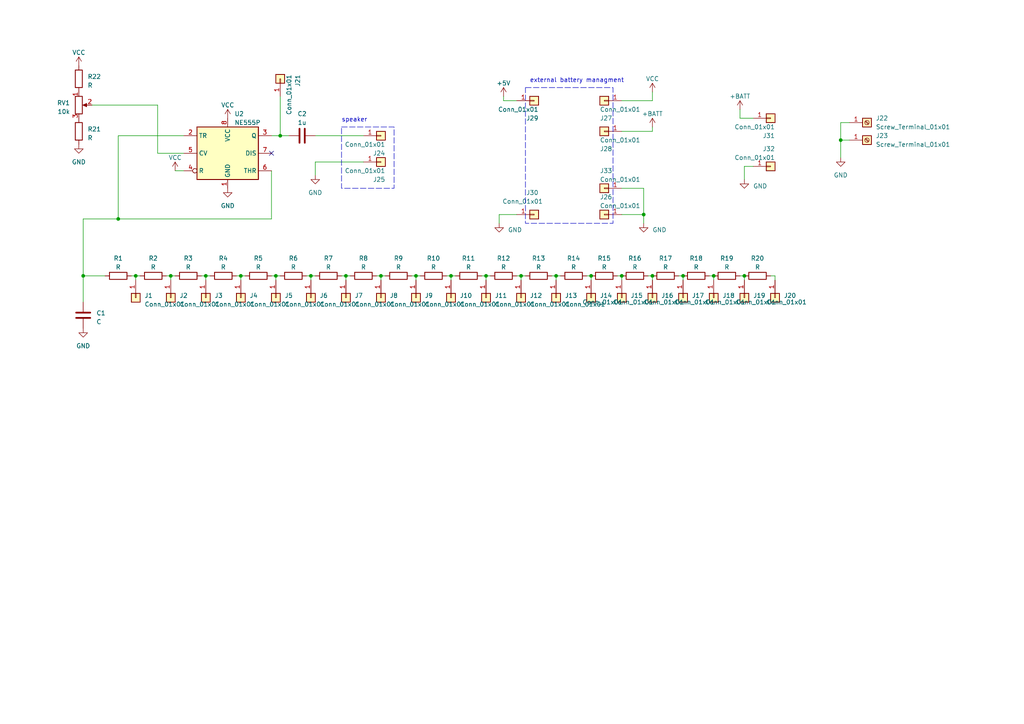
<source format=kicad_sch>
(kicad_sch (version 20230121) (generator eeschema)
  (paper "A4")
  (lib_symbols
    (symbol "Connector:Screw_Terminal_01x01" (pin_names (offset 1.016) hide)
      (property "Reference" "J" (at 0 2.54 0))
      (property "Value" "Screw_Terminal_01x01" (at 0 -2.54 0))
      (symbol "Screw_Terminal_01x01_1_1"
        (rectangle (start -1.27 1.27) (end 1.27 -1.27) (stroke (width 0.254)) (fill (type background)))
        (polyline (pts (xy -0.5334 0.3302) (xy 0.3302 -0.508)) (stroke (width 0.1524)))
        (polyline (pts (xy -0.3556 0.508) (xy 0.508 -0.3302)) (stroke (width 0.1524)))
        (circle (center 0 0) (radius 0.635) (stroke (width 0.1524)))
        (pin passive line (at -5.08 0 0) (length 3.81) (name "Pin_1") (number "1"))
      )
    )
    (symbol "Connector_Generic:Conn_01x01" (pin_names (offset 1.016) hide)
      (property "Reference" "J" (at 0 2.54 0))
      (property "Value" "Conn_01x01" (at 0 -2.54 0))
      (symbol "Conn_01x01_1_1"
        (rectangle (start -1.27 0.127) (end 0 -0.127) (stroke (width 0.1524)))
        (rectangle (start -1.27 1.27) (end 1.27 -1.27) (stroke (width 0.254)) (fill (type background)))
        (pin passive line (at -5.08 0 0) (length 3.81) (name "Pin_1") (number "1"))
      )
    )
    (symbol "Device:C" (pin_numbers hide) (pin_names (offset 0.254))
      (property "Reference" "C" (at 0.635 2.54 0))
      (property "Value" "C" (at 0.635 -2.54 0))
      (symbol "C_0_1"
        (polyline (pts (xy -2.032 -0.762) (xy 2.032 -0.762)) (stroke (width 0.508)))
        (polyline (pts (xy -2.032 0.762) (xy 2.032 0.762)) (stroke (width 0.508)))
      )
      (symbol "C_1_1"
        (pin passive line (at 0 3.81 270) (length 2.794) (name "~") (number "1"))
        (pin passive line (at 0 -3.81 90) (length 2.794) (name "~") (number "2"))
      )
    )
    (symbol "Device:R" (pin_numbers hide) (pin_names (offset 0))
      (property "Reference" "R" (at 2.032 0 90))
      (property "Value" "R" (at 0 0 90))
      (symbol "R_0_1"
        (rectangle (start -1.016 -2.54) (end 1.016 2.54) (stroke (width 0.254)))
      )
      (symbol "R_1_1"
        (pin passive line (at 0 3.81 270) (length 1.27) (name "~") (number "1"))
        (pin passive line (at 0 -3.81 90) (length 1.27) (name "~") (number "2"))
      )
    )
    (symbol "Device:R_Potentiometer" (pin_names (offset 1.016) hide)
      (property "Reference" "RV" (at -4.445 0 90))
      (property "Value" "R_Potentiometer" (at -2.54 0 90))
      (symbol "R_Potentiometer_0_1"
        (polyline (pts (xy 2.54 0) (xy 1.524 0)))
        (polyline (pts (xy 1.143 0) (xy 2.286 0.508) (xy 2.286 -0.508) (xy 1.143 0)) (fill (type outline)))
        (rectangle (start 1.016 2.54) (end -1.016 -2.54) (stroke (width 0.254)))
      )
      (symbol "R_Potentiometer_1_1"
        (pin passive line (at 0 3.81 270) (length 1.27) (name "1") (number "1"))
        (pin passive line (at 3.81 0 180) (length 1.27) (name "2") (number "2"))
        (pin passive line (at 0 -3.81 90) (length 1.27) (name "3") (number "3"))
      )
    )
    (symbol "Timer:NE555P"
      (property "Reference" "U" (at -10.16 8.89 0))
      (property "Value" "NE555P" (at 2.54 8.89 0))
      (symbol "NE555P_0_0"
        (pin power_in line (at 0 -10.16 90) (length 2.54) (name "GND") (number "1"))
        (pin power_in line (at 0 10.16 270) (length 2.54) (name "VCC") (number "8"))
      )
      (symbol "NE555P_0_1"
        (rectangle (start -8.89 -7.62) (end 8.89 7.62) (stroke (width 0.254)) (fill (type background)))
        (rectangle (start -8.89 -7.62) (end 8.89 7.62) (stroke (width 0.254)) (fill (type background)))
      )
      (symbol "NE555P_1_1"
        (pin input line (at -12.7 5.08 0) (length 3.81) (name "TR") (number "2"))
        (pin output line (at 12.7 5.08 180) (length 3.81) (name "Q") (number "3"))
        (pin input inverted (at -12.7 -5.08 0) (length 3.81) (name "R") (number "4"))
        (pin input line (at -12.7 0 0) (length 3.81) (name "CV") (number "5"))
        (pin input line (at 12.7 -5.08 180) (length 3.81) (name "THR") (number "6"))
        (pin input line (at 12.7 0 180) (length 3.81) (name "DIS") (number "7"))
      )
    )
    (symbol "power:+5V" (power) (pin_names (offset 0))
      (property "Value" "+5V" (at 0 3.556 0))
      (symbol "+5V_0_1"
        (polyline (pts (xy -0.762 1.27) (xy 0 2.54)))
        (polyline (pts (xy 0 0) (xy 0 2.54)))
        (polyline (pts (xy 0 2.54) (xy 0.762 1.27)))
      )
      (symbol "+5V_1_1"
        (pin power_in line (at 0 0 90) (length 0) hide (name "+5V") (number "1"))
      )
    )
    (symbol "power:+BATT" (power) (pin_names (offset 0))
      (property "Value" "+BATT" (at 0 3.556 0))
      (symbol "+BATT_0_1"
        (polyline (pts (xy -0.762 1.27) (xy 0 2.54)))
        (polyline (pts (xy 0 0) (xy 0 2.54)))
        (polyline (pts (xy 0 2.54) (xy 0.762 1.27)))
      )
      (symbol "+BATT_1_1"
        (pin power_in line (at 0 0 90) (length 0) hide (name "+BATT") (number "1"))
      )
    )
    (symbol "power:GND" (power) (pin_names (offset 0))
      (property "Value" "GND" (at 0 -3.81 0))
      (symbol "GND_0_1"
        (polyline (pts (xy 0 0) (xy 0 -1.27) (xy 1.27 -1.27) (xy 0 -2.54) (xy -1.27 -1.27) (xy 0 -1.27)))
      )
      (symbol "GND_1_1"
        (pin power_in line (at 0 0 270) (length 0) hide (name "GND") (number "1"))
      )
    )
    (symbol "power:VCC" (power) (pin_names (offset 0))
      (property "Value" "VCC" (at 0 3.81 0))
      (symbol "VCC_0_1"
        (polyline (pts (xy -0.762 1.27) (xy 0 2.54)))
        (polyline (pts (xy 0 0) (xy 0 2.54)))
        (polyline (pts (xy 0 2.54) (xy 0.762 1.27)))
      )
      (symbol "VCC_1_1"
        (pin power_in line (at 0 0 90) (length 0) hide (name "VCC") (number "1"))
      )
    )
  )
  (junction (at 80.01 80.01))
  (junction (at 49.53 80.01))
  (junction (at 39.37 80.01))
  (junction (at 180.34 80.01))
  (junction (at 243.84 40.64))
  (junction (at 59.69 80.01))
  (junction (at 130.81 80.01))
  (junction (at 151.13 80.01))
  (junction (at 161.29 80.01))
  (junction (at 207.01 80.01))
  (junction (at 100.33 80.01))
  (junction (at 34.29 63.5))
  (junction (at 90.17 80.01))
  (junction (at 215.9 80.01))
  (junction (at 120.65 80.01))
  (junction (at 171.45 80.01))
  (junction (at 81.28 39.37))
  (junction (at 189.23 80.01))
  (junction (at 140.97 80.01))
  (junction (at 186.69 62.23))
  (junction (at 198.12 80.01))
  (junction (at 69.85 80.01))
  (junction (at 110.49 80.01))
  (junction (at 24.13 80.01))
  (no_connect (at 78.74 44.45))
  (wire (pts (xy 80.01 80.01) (xy 80.01 81.28)))
  (wire (pts (xy 149.86 80.01) (xy 151.13 80.01)))
  (wire (pts (xy 214.63 34.29) (xy 218.44 34.29)))
  (wire (pts (xy 130.81 80.01) (xy 132.08 80.01)))
  (wire (pts (xy 91.44 39.37) (xy 105.41 39.37)))
  (wire (pts (xy 78.74 39.37) (xy 81.28 39.37)))
  (wire (pts (xy 144.78 64.77) (xy 144.78 62.23)))
  (wire (pts (xy 144.78 62.23) (xy 149.86 62.23)))
  (wire (pts (xy 160.02 80.01) (xy 161.29 80.01)))
  (wire (pts (xy 215.9 80.01) (xy 215.9 81.28)))
  (wire (pts (xy 189.23 80.01) (xy 189.23 81.28)))
  (wire (pts (xy 81.28 27.94) (xy 81.28 39.37)))
  (wire (pts (xy 146.05 27.94) (xy 146.05 29.21)))
  (wire (pts (xy 80.01 80.01) (xy 81.28 80.01)))
  (wire (pts (xy 243.84 35.56) (xy 246.38 35.56)))
  (wire (pts (xy 130.81 80.01) (xy 130.81 81.28)))
  (wire (pts (xy 198.12 80.01) (xy 198.12 81.28)))
  (wire (pts (xy 140.97 80.01) (xy 142.24 80.01)))
  (wire (pts (xy 34.29 63.5) (xy 78.74 63.5)))
  (wire (pts (xy 119.38 80.01) (xy 120.65 80.01)))
  (wire (pts (xy 215.9 52.07) (xy 215.9 48.26)))
  (wire (pts (xy 90.17 80.01) (xy 91.44 80.01)))
  (wire (pts (xy 151.13 80.01) (xy 151.13 81.28)))
  (wire (pts (xy 170.18 80.01) (xy 171.45 80.01)))
  (wire (pts (xy 196.85 80.01) (xy 198.12 80.01)))
  (wire (pts (xy 223.52 80.01) (xy 224.79 80.01)))
  (wire (pts (xy 129.54 80.01) (xy 130.81 80.01)))
  (wire (pts (xy 120.65 80.01) (xy 120.65 81.28)))
  (wire (pts (xy 214.63 31.75) (xy 214.63 34.29)))
  (wire (pts (xy 34.29 63.5) (xy 24.13 63.5)))
  (wire (pts (xy 38.1 80.01) (xy 39.37 80.01)))
  (wire (pts (xy 88.9 80.01) (xy 90.17 80.01)))
  (wire (pts (xy 58.42 80.01) (xy 59.69 80.01)))
  (wire (pts (xy 59.69 80.01) (xy 59.69 81.28)))
  (wire (pts (xy 49.53 80.01) (xy 49.53 81.28)))
  (wire (pts (xy 120.65 80.01) (xy 121.92 80.01)))
  (wire (pts (xy 187.96 80.01) (xy 189.23 80.01)))
  (wire (pts (xy 24.13 80.01) (xy 24.13 63.5)))
  (wire (pts (xy 171.45 80.01) (xy 171.45 81.28)))
  (wire (pts (xy 180.34 38.1) (xy 189.23 38.1)))
  (wire (pts (xy 91.44 46.99) (xy 105.41 46.99)))
  (wire (pts (xy 243.84 40.64) (xy 246.38 40.64)))
  (wire (pts (xy 180.34 54.61) (xy 186.69 54.61)))
  (wire (pts (xy 189.23 29.21) (xy 189.23 26.67)))
  (wire (pts (xy 109.22 80.01) (xy 110.49 80.01)))
  (wire (pts (xy 34.29 39.37) (xy 53.34 39.37)))
  (wire (pts (xy 24.13 80.01) (xy 24.13 87.63)))
  (wire (pts (xy 34.29 39.37) (xy 34.29 63.5)))
  (wire (pts (xy 100.33 80.01) (xy 101.6 80.01)))
  (wire (pts (xy 81.28 39.37) (xy 83.82 39.37)))
  (wire (pts (xy 39.37 80.01) (xy 40.64 80.01)))
  (wire (pts (xy 110.49 80.01) (xy 110.49 81.28)))
  (wire (pts (xy 146.05 29.21) (xy 149.86 29.21)))
  (wire (pts (xy 186.69 62.23) (xy 186.69 64.77)))
  (wire (pts (xy 30.48 80.01) (xy 24.13 80.01)))
  (wire (pts (xy 215.9 48.26) (xy 218.44 48.26)))
  (wire (pts (xy 224.79 80.01) (xy 224.79 81.28)))
  (wire (pts (xy 45.72 44.45) (xy 53.34 44.45)))
  (wire (pts (xy 243.84 35.56) (xy 243.84 40.64)))
  (wire (pts (xy 68.58 80.01) (xy 69.85 80.01)))
  (wire (pts (xy 189.23 38.1) (xy 189.23 36.83)))
  (wire (pts (xy 100.33 80.01) (xy 100.33 81.28)))
  (wire (pts (xy 50.8 49.53) (xy 53.34 49.53)))
  (wire (pts (xy 205.74 80.01) (xy 207.01 80.01)))
  (wire (pts (xy 59.69 80.01) (xy 60.96 80.01)))
  (wire (pts (xy 78.74 80.01) (xy 80.01 80.01)))
  (wire (pts (xy 180.34 62.23) (xy 186.69 62.23)))
  (wire (pts (xy 140.97 80.01) (xy 140.97 81.28)))
  (wire (pts (xy 78.74 49.53) (xy 78.74 63.5)))
  (wire (pts (xy 161.29 80.01) (xy 162.56 80.01)))
  (wire (pts (xy 180.34 29.21) (xy 189.23 29.21)))
  (wire (pts (xy 186.69 54.61) (xy 186.69 62.23)))
  (wire (pts (xy 139.7 80.01) (xy 140.97 80.01)))
  (wire (pts (xy 48.26 80.01) (xy 49.53 80.01)))
  (wire (pts (xy 110.49 80.01) (xy 111.76 80.01)))
  (wire (pts (xy 26.67 30.48) (xy 45.72 30.48)))
  (wire (pts (xy 214.63 80.01) (xy 215.9 80.01)))
  (wire (pts (xy 179.07 80.01) (xy 180.34 80.01)))
  (wire (pts (xy 91.44 46.99) (xy 91.44 50.8)))
  (wire (pts (xy 151.13 80.01) (xy 152.4 80.01)))
  (wire (pts (xy 99.06 80.01) (xy 100.33 80.01)))
  (wire (pts (xy 90.17 80.01) (xy 90.17 81.28)))
  (wire (pts (xy 161.29 80.01) (xy 161.29 81.28)))
  (wire (pts (xy 69.85 80.01) (xy 69.85 81.28)))
  (wire (pts (xy 39.37 80.01) (xy 39.37 81.28)))
  (wire (pts (xy 243.84 40.64) (xy 243.84 45.72)))
  (wire (pts (xy 69.85 80.01) (xy 71.12 80.01)))
  (wire (pts (xy 180.34 80.01) (xy 180.34 81.28)))
  (wire (pts (xy 45.72 30.48) (xy 45.72 44.45)))
  (wire (pts (xy 49.53 80.01) (xy 50.8 80.01)))
  (wire (pts (xy 207.01 80.01) (xy 207.01 81.28)))
  (rectangle (start 152.4 25.4) (end 177.8 64.77) (stroke (width 0) (type dash)))
  (rectangle (start 99.06 36.83) (end 114.3 54.61) (stroke (width 0) (type dash)))
  (text "speaker" (at 99.06 35.56 0) (effects (font (size 1.27 1.27)) (justify left bottom)))
  (text "external battery managment" (at 153.67 24.13 0) (effects (font (size 1.27 1.27)) (justify left bottom)))
  (symbol (lib_id "Connector_Generic:Conn_01x01") (at 224.79 86.36 270) (unit 1)
    (property "Reference" "J20" (at 227.33 85.725 90) (effects (justify left)))
    (property "Value" "Conn_01x01" (at 222.25 87.63 90) (effects (justify left)))
    (property "Footprint" "TestPoint:TestPoint_Pad_D1.0mm" (effects hide))
  )
  (symbol (lib_id "Connector_Generic:Conn_01x01") (at 140.97 86.36 270) (unit 1)
    (property "Reference" "J11" (at 143.51 85.725 90) (effects (justify left)))
    (property "Value" "Conn_01x01" (at 143.51 88.265 90) (effects (justify left)))
    (property "Footprint" "TestPoint:TestPoint_Pad_D1.0mm" (effects hide))
  )
  (symbol (lib_id "power:VCC") (at 66.04 34.29 0) (unit 1)
    (property "Reference" "#PWR05" (effects hide))
    (property "Value" "VCC" (at 66.04 30.48 0))
  )
  (symbol (lib_id "Connector_Generic:Conn_01x01") (at 90.17 86.36 270) (unit 1)
    (property "Reference" "J6" (at 92.71 85.725 90) (effects (justify left)))
    (property "Value" "Conn_01x01" (at 92.71 88.265 90) (effects (justify left)))
    (property "Footprint" "TestPoint:TestPoint_Pad_D1.0mm" (effects hide))
  )
  (symbol (lib_id "Timer:NE555P") (at 66.04 44.45 0) (unit 1)
    (property "Reference" "U2" (at 67.9959 33.02 0) (effects (justify left)))
    (property "Value" "NE555P" (at 67.9959 35.56 0) (effects (justify left)))
    (property "Footprint" "Package_DIP:DIP-8_W7.62mm" (effects hide))
    (property "Datasheet" "http://www.ti.com/lit/ds/symlink/ne555.pdf" (effects hide))
  )
  (symbol (lib_id "Device:R") (at 201.93 80.01 90) (unit 1)
    (property "Reference" "R18" (at 201.93 74.93 90))
    (property "Value" "R" (at 201.93 77.47 90))
    (property "Footprint" "Resistor_THT:R_Axial_DIN0207_L6.3mm_D2.5mm_P10.16mm_Horizontal" (effects hide))
  )
  (symbol (lib_id "Device:R") (at 22.86 38.1 180) (unit 1)
    (property "Reference" "R21" (at 25.4 37.465 0) (effects (justify right)))
    (property "Value" "R" (at 25.4 40.005 0) (effects (justify right)))
    (property "Footprint" "Resistor_THT:R_Axial_DIN0207_L6.3mm_D2.5mm_P10.16mm_Horizontal" (effects hide))
  )
  (symbol (lib_id "Connector_Generic:Conn_01x01") (at 59.69 86.36 270) (unit 1)
    (property "Reference" "J3" (at 62.23 85.725 90) (effects (justify left)))
    (property "Value" "Conn_01x01" (at 62.23 88.265 90) (effects (justify left)))
    (property "Footprint" "TestPoint:TestPoint_Pad_D1.0mm" (effects hide))
  )
  (symbol (lib_id "Device:R") (at 64.77 80.01 90) (unit 1)
    (property "Reference" "R4" (at 64.77 74.93 90))
    (property "Value" "R" (at 64.77 77.47 90))
    (property "Footprint" "Resistor_THT:R_Axial_DIN0207_L6.3mm_D2.5mm_P10.16mm_Horizontal" (effects hide))
  )
  (symbol (lib_id "Connector_Generic:Conn_01x01") (at 39.37 86.36 270) (unit 1)
    (property "Reference" "J1" (at 41.91 85.725 90) (effects (justify left)))
    (property "Value" "Conn_01x01" (at 41.91 88.265 90) (effects (justify left)))
    (property "Footprint" "TestPoint:TestPoint_Pad_D1.0mm" (effects hide))
  )
  (symbol (lib_id "power:+BATT") (at 214.63 31.75 0) (mirror y) (unit 1)
    (property "Reference" "#PWR014" (effects hide))
    (property "Value" "+BATT" (at 214.63 27.94 0))
  )
  (symbol (lib_id "Device:R") (at 166.37 80.01 90) (unit 1)
    (property "Reference" "R14" (at 166.37 74.93 90))
    (property "Value" "R" (at 166.37 77.47 90))
    (property "Footprint" "Resistor_THT:R_Axial_DIN0207_L6.3mm_D2.5mm_P10.16mm_Horizontal" (effects hide))
  )
  (symbol (lib_id "Device:R") (at 74.93 80.01 90) (unit 1)
    (property "Reference" "R5" (at 74.93 74.93 90))
    (property "Value" "R" (at 74.93 77.47 90))
    (property "Footprint" "Resistor_THT:R_Axial_DIN0207_L6.3mm_D2.5mm_P10.16mm_Horizontal" (effects hide))
  )
  (symbol (lib_id "power:GND") (at 144.78 64.77 0) (unit 1)
    (property "Reference" "#PWR013" (effects hide))
    (property "Value" "GND" (at 147.32 66.675 0) (effects (justify left)))
  )
  (symbol (lib_id "Device:R") (at 146.05 80.01 90) (unit 1)
    (property "Reference" "R12" (at 146.05 74.93 90))
    (property "Value" "R" (at 146.05 77.47 90))
    (property "Footprint" "Resistor_THT:R_Axial_DIN0207_L6.3mm_D2.5mm_P10.16mm_Horizontal" (effects hide))
  )
  (symbol (lib_id "power:GND") (at 91.44 50.8 0) (unit 1)
    (property "Reference" "#PWR04" (effects hide))
    (property "Value" "GND" (at 91.44 55.88 0))
  )
  (symbol (lib_id "Device:R") (at 105.41 80.01 90) (unit 1)
    (property "Reference" "R8" (at 105.41 74.93 90))
    (property "Value" "R" (at 105.41 77.47 90))
    (property "Footprint" "Resistor_THT:R_Axial_DIN0207_L6.3mm_D2.5mm_P10.16mm_Horizontal" (effects hide))
  )
  (symbol (lib_id "power:VCC") (at 189.23 26.67 0) (unit 1)
    (property "Reference" "#PWR09" (effects hide))
    (property "Value" "VCC" (at 189.23 22.86 0))
  )
  (symbol (lib_id "Connector_Generic:Conn_01x01") (at 81.28 22.86 90) (unit 1)
    (property "Reference" "J21" (at 86.36 21.59 0) (effects (justify right)))
    (property "Value" "Conn_01x01" (at 83.82 21.59 0) (effects (justify right)))
    (property "Footprint" "TestPoint:TestPoint_Pad_D1.0mm" (effects hide))
  )
  (symbol (lib_id "Device:R") (at 210.82 80.01 90) (unit 1)
    (property "Reference" "R19" (at 210.82 74.93 90))
    (property "Value" "R" (at 210.82 77.47 90))
    (property "Footprint" "Resistor_THT:R_Axial_DIN0207_L6.3mm_D2.5mm_P10.16mm_Horizontal" (effects hide))
  )
  (symbol (lib_id "Device:R") (at 184.15 80.01 90) (unit 1)
    (property "Reference" "R16" (at 184.15 74.93 90))
    (property "Value" "R" (at 184.15 77.47 90))
    (property "Footprint" "Resistor_THT:R_Axial_DIN0207_L6.3mm_D2.5mm_P10.16mm_Horizontal" (effects hide))
  )
  (symbol (lib_id "Device:C") (at 24.13 91.44 0) (unit 1)
    (property "Reference" "C1" (at 27.94 90.805 0) (effects (justify left)))
    (property "Value" "C" (at 27.94 93.345 0) (effects (justify left)))
    (property "Footprint" "Capacitor_THT:C_Rect_L9.0mm_W2.5mm_P7.50mm_MKT" (effects hide))
  )
  (symbol (lib_id "power:GND") (at 215.9 52.07 0) (unit 1)
    (property "Reference" "#PWR015" (effects hide))
    (property "Value" "GND" (at 218.44 53.975 0) (effects (justify left)))
  )
  (symbol (lib_id "Connector_Generic:Conn_01x01") (at 223.52 48.26 0) (mirror x) (unit 1)
    (property "Reference" "J32" (at 224.79 43.18 0) (effects (justify right)))
    (property "Value" "Conn_01x01" (at 224.79 45.72 0) (effects (justify right)))
    (property "Footprint" "TestPoint:TestPoint_THTPad_2.5x2.5mm_Drill1.2mm" (effects hide))
  )
  (symbol (lib_id "Connector_Generic:Conn_01x01") (at 151.13 86.36 270) (unit 1)
    (property "Reference" "J12" (at 153.67 85.725 90) (effects (justify left)))
    (property "Value" "Conn_01x01" (at 153.67 88.265 90) (effects (justify left)))
    (property "Footprint" "TestPoint:TestPoint_Pad_D1.0mm" (effects hide))
  )
  (symbol (lib_id "Connector_Generic:Conn_01x01") (at 100.33 86.36 270) (unit 1)
    (property "Reference" "J7" (at 102.87 85.725 90) (effects (justify left)))
    (property "Value" "Conn_01x01" (at 102.87 88.265 90) (effects (justify left)))
    (property "Footprint" "TestPoint:TestPoint_Pad_D1.0mm" (effects hide))
  )
  (symbol (lib_id "power:+BATT") (at 189.23 36.83 0) (unit 1)
    (property "Reference" "#PWR011" (effects hide))
    (property "Value" "+BATT" (at 189.23 33.02 0))
  )
  (symbol (lib_id "Connector_Generic:Conn_01x01") (at 171.45 86.36 270) (unit 1)
    (property "Reference" "J14" (at 173.99 85.725 90) (effects (justify left)))
    (property "Value" "Conn_01x01" (at 168.91 87.63 90) (effects (justify left)))
    (property "Footprint" "TestPoint:TestPoint_Pad_D1.0mm" (effects hide))
  )
  (symbol (lib_id "Device:R") (at 175.26 80.01 90) (unit 1)
    (property "Reference" "R15" (at 175.26 74.93 90))
    (property "Value" "R" (at 175.26 77.47 90))
    (property "Footprint" "Resistor_THT:R_Axial_DIN0207_L6.3mm_D2.5mm_P10.16mm_Horizontal" (effects hide))
  )
  (symbol (lib_id "Connector_Generic:Conn_01x01") (at 110.49 86.36 270) (unit 1)
    (property "Reference" "J8" (at 113.03 85.725 90) (effects (justify left)))
    (property "Value" "Conn_01x01" (at 113.03 88.265 90) (effects (justify left)))
    (property "Footprint" "TestPoint:TestPoint_Pad_D1.0mm" (effects hide))
  )
  (symbol (lib_id "Device:R") (at 156.21 80.01 90) (unit 1)
    (property "Reference" "R13" (at 156.21 74.93 90))
    (property "Value" "R" (at 156.21 77.47 90))
    (property "Footprint" "Resistor_THT:R_Axial_DIN0207_L6.3mm_D2.5mm_P10.16mm_Horizontal" (effects hide))
  )
  (symbol (lib_id "Connector_Generic:Conn_01x01") (at 175.26 54.61 180) (unit 1)
    (property "Reference" "J33" (at 173.99 49.53 0) (effects (justify right)))
    (property "Value" "Conn_01x01" (at 173.99 52.07 0) (effects (justify right)))
    (property "Footprint" "TestPoint:TestPoint_THTPad_2.5x2.5mm_Drill1.2mm" (effects hide))
  )
  (symbol (lib_id "Connector_Generic:Conn_01x01") (at 175.26 29.21 180) (unit 1)
    (property "Reference" "J27" (at 173.99 34.29 0) (effects (justify right)))
    (property "Value" "Conn_01x01" (at 173.99 31.75 0) (effects (justify right)))
    (property "Footprint" "TestPoint:TestPoint_THTPad_2.5x2.5mm_Drill1.2mm" (effects hide))
  )
  (symbol (lib_id "Connector_Generic:Conn_01x01") (at 161.29 86.36 270) (unit 1)
    (property "Reference" "J13" (at 163.83 85.725 90) (effects (justify left)))
    (property "Value" "Conn_01x01" (at 163.83 88.265 90) (effects (justify left)))
    (property "Footprint" "TestPoint:TestPoint_Pad_D1.0mm" (effects hide))
  )
  (symbol (lib_id "Connector_Generic:Conn_01x01") (at 130.81 86.36 270) (unit 1)
    (property "Reference" "J10" (at 133.35 85.725 90) (effects (justify left)))
    (property "Value" "Conn_01x01" (at 133.35 88.265 90) (effects (justify left)))
    (property "Footprint" "TestPoint:TestPoint_Pad_D1.0mm" (effects hide))
  )
  (symbol (lib_id "Device:R") (at 85.09 80.01 90) (unit 1)
    (property "Reference" "R6" (at 85.09 74.93 90))
    (property "Value" "R" (at 85.09 77.47 90))
    (property "Footprint" "Resistor_THT:R_Axial_DIN0207_L6.3mm_D2.5mm_P10.16mm_Horizontal" (effects hide))
  )
  (symbol (lib_id "Connector_Generic:Conn_01x01") (at 180.34 86.36 270) (unit 1)
    (property "Reference" "J15" (at 182.88 85.725 90) (effects (justify left)))
    (property "Value" "Conn_01x01" (at 177.8 87.63 90) (effects (justify left)))
    (property "Footprint" "TestPoint:TestPoint_Pad_D1.0mm" (effects hide))
  )
  (symbol (lib_id "Device:R") (at 95.25 80.01 90) (unit 1)
    (property "Reference" "R7" (at 95.25 74.93 90))
    (property "Value" "R" (at 95.25 77.47 90))
    (property "Footprint" "Resistor_THT:R_Axial_DIN0207_L6.3mm_D2.5mm_P10.16mm_Horizontal" (effects hide))
  )
  (symbol (lib_id "power:+5V") (at 146.05 27.94 0) (unit 1)
    (property "Reference" "#PWR012" (effects hide))
    (property "Value" "+5V" (at 146.05 24.13 0))
  )
  (symbol (lib_id "Connector:Screw_Terminal_01x01") (at 251.46 35.56 0) (unit 1)
    (property "Reference" "J22" (at 254 34.29 0) (effects (justify left)))
    (property "Value" "Screw_Terminal_01x01" (at 254 36.83 0) (effects (justify left)))
    (property "Footprint" "MountingHole:MountingHole_4.3mm_M4_ISO14580_Pad" (effects hide))
  )
  (symbol (lib_id "Device:R") (at 219.71 80.01 90) (unit 1)
    (property "Reference" "R20" (at 219.71 74.93 90))
    (property "Value" "R" (at 219.71 77.47 90))
    (property "Footprint" "Resistor_THT:R_Axial_DIN0207_L6.3mm_D2.5mm_P10.16mm_Horizontal" (effects hide))
  )
  (symbol (lib_id "power:GND") (at 24.13 95.25 0) (unit 1)
    (property "Reference" "#PWR03" (effects hide))
    (property "Value" "GND" (at 24.13 100.33 0))
  )
  (symbol (lib_id "Connector_Generic:Conn_01x01") (at 215.9 86.36 270) (unit 1)
    (property "Reference" "J19" (at 218.44 85.725 90) (effects (justify left)))
    (property "Value" "Conn_01x01" (at 213.36 87.63 90) (effects (justify left)))
    (property "Footprint" "TestPoint:TestPoint_Pad_D1.0mm" (effects hide))
  )
  (symbol (lib_id "Connector_Generic:Conn_01x01") (at 154.94 29.21 0) (unit 1)
    (property "Reference" "J29" (at 156.21 34.29 0) (effects (justify right)))
    (property "Value" "Conn_01x01" (at 156.21 31.75 0) (effects (justify right)))
    (property "Footprint" "TestPoint:TestPoint_THTPad_2.5x2.5mm_Drill1.2mm" (effects hide))
  )
  (symbol (lib_id "Device:R") (at 115.57 80.01 90) (unit 1)
    (property "Reference" "R9" (at 115.57 74.93 90))
    (property "Value" "R" (at 115.57 77.47 90))
    (property "Footprint" "Resistor_THT:R_Axial_DIN0207_L6.3mm_D2.5mm_P10.16mm_Horizontal" (effects hide))
  )
  (symbol (lib_id "Device:R_Potentiometer") (at 22.86 30.48 0) (unit 1)
    (property "Reference" "RV1" (at 20.32 29.845 0) (effects (justify right)))
    (property "Value" "10k" (at 20.32 32.385 0) (effects (justify right)))
    (property "Footprint" "Potentiometer_THT:Potentiometer_ACP_CA9-V10_Vertical" (effects hide))
  )
  (symbol (lib_id "power:GND") (at 66.04 54.61 0) (unit 1)
    (property "Reference" "#PWR01" (effects hide))
    (property "Value" "GND" (at 66.04 59.69 0))
  )
  (symbol (lib_id "Device:C") (at 87.63 39.37 90) (unit 1)
    (property "Reference" "C2" (at 87.63 33.02 90))
    (property "Value" "1u" (at 87.63 35.56 90))
    (property "Footprint" "Capacitor_THT:C_Rect_L9.0mm_W2.5mm_P7.50mm_MKT" (effects hide))
  )
  (symbol (lib_id "Device:R") (at 44.45 80.01 90) (unit 1)
    (property "Reference" "R2" (at 44.45 74.93 90))
    (property "Value" "R" (at 44.45 77.47 90))
    (property "Footprint" "Resistor_THT:R_Axial_DIN0207_L6.3mm_D2.5mm_P10.16mm_Horizontal" (effects hide))
  )
  (symbol (lib_id "Device:R") (at 193.04 80.01 90) (unit 1)
    (property "Reference" "R17" (at 193.04 74.93 90))
    (property "Value" "R" (at 193.04 77.47 90))
    (property "Footprint" "Resistor_THT:R_Axial_DIN0207_L6.3mm_D2.5mm_P10.16mm_Horizontal" (effects hide))
  )
  (symbol (lib_id "Connector_Generic:Conn_01x01") (at 69.85 86.36 270) (unit 1)
    (property "Reference" "J4" (at 72.39 85.725 90) (effects (justify left)))
    (property "Value" "Conn_01x01" (at 72.39 88.265 90) (effects (justify left)))
    (property "Footprint" "TestPoint:TestPoint_Pad_D1.0mm" (effects hide))
  )
  (symbol (lib_id "Connector_Generic:Conn_01x01") (at 189.23 86.36 270) (unit 1)
    (property "Reference" "J16" (at 191.77 85.725 90) (effects (justify left)))
    (property "Value" "Conn_01x01" (at 186.69 87.63 90) (effects (justify left)))
    (property "Footprint" "TestPoint:TestPoint_Pad_D1.0mm" (effects hide))
  )
  (symbol (lib_id "Connector:Screw_Terminal_01x01") (at 251.46 40.64 0) (unit 1)
    (property "Reference" "J23" (at 254 39.37 0) (effects (justify left)))
    (property "Value" "Screw_Terminal_01x01" (at 254 41.91 0) (effects (justify left)))
    (property "Footprint" "MountingHole:MountingHole_4.3mm_M4_ISO14580_Pad" (effects hide))
  )
  (symbol (lib_id "power:GND") (at 186.69 64.77 0) (unit 1)
    (property "Reference" "#PWR08" (effects hide))
    (property "Value" "GND" (at 189.23 66.675 0) (effects (justify left)))
  )
  (symbol (lib_id "Connector_Generic:Conn_01x01") (at 110.49 39.37 0) (mirror x) (unit 1)
    (property "Reference" "J24" (at 111.76 44.45 0) (effects (justify right)))
    (property "Value" "Conn_01x01" (at 111.76 41.91 0) (effects (justify right)))
    (property "Footprint" "TestPoint:TestPoint_THTPad_2.5x2.5mm_Drill1.2mm" (effects hide))
  )
  (symbol (lib_id "Connector_Generic:Conn_01x01") (at 120.65 86.36 270) (unit 1)
    (property "Reference" "J9" (at 123.19 85.725 90) (effects (justify left)))
    (property "Value" "Conn_01x01" (at 123.19 88.265 90) (effects (justify left)))
    (property "Footprint" "TestPoint:TestPoint_Pad_D1.0mm" (effects hide))
  )
  (symbol (lib_id "Connector_Generic:Conn_01x01") (at 110.49 46.99 0) (unit 1)
    (property "Reference" "J25" (at 111.76 52.07 0) (effects (justify right)))
    (property "Value" "Conn_01x01" (at 111.76 49.53 0) (effects (justify right)))
    (property "Footprint" "TestPoint:TestPoint_THTPad_2.5x2.5mm_Drill1.2mm" (effects hide))
  )
  (symbol (lib_id "Connector_Generic:Conn_01x01") (at 223.52 34.29 0) (mirror x) (unit 1)
    (property "Reference" "J31" (at 224.79 39.37 0) (effects (justify right)))
    (property "Value" "Conn_01x01" (at 224.79 36.83 0) (effects (justify right)))
    (property "Footprint" "TestPoint:TestPoint_THTPad_2.5x2.5mm_Drill1.2mm" (effects hide))
  )
  (symbol (lib_id "Connector_Generic:Conn_01x01") (at 175.26 38.1 180) (unit 1)
    (property "Reference" "J28" (at 173.99 43.18 0) (effects (justify right)))
    (property "Value" "Conn_01x01" (at 173.99 40.64 0) (effects (justify right)))
    (property "Footprint" "TestPoint:TestPoint_THTPad_2.5x2.5mm_Drill1.2mm" (effects hide))
  )
  (symbol (lib_id "power:VCC") (at 50.8 49.53 0) (unit 1)
    (property "Reference" "#PWR02" (effects hide))
    (property "Value" "VCC" (at 50.8 45.72 0))
  )
  (symbol (lib_id "Connector_Generic:Conn_01x01") (at 80.01 86.36 270) (unit 1)
    (property "Reference" "J5" (at 82.55 85.725 90) (effects (justify left)))
    (property "Value" "Conn_01x01" (at 82.55 88.265 90) (effects (justify left)))
    (property "Footprint" "TestPoint:TestPoint_Pad_D1.0mm" (effects hide))
  )
  (symbol (lib_id "Connector_Generic:Conn_01x01") (at 49.53 86.36 270) (unit 1)
    (property "Reference" "J2" (at 52.07 85.725 90) (effects (justify left)))
    (property "Value" "Conn_01x01" (at 52.07 88.265 90) (effects (justify left)))
    (property "Footprint" "TestPoint:TestPoint_Pad_D1.0mm" (effects hide))
  )
  (symbol (lib_id "Device:R") (at 125.73 80.01 90) (unit 1)
    (property "Reference" "R10" (at 125.73 74.93 90))
    (property "Value" "R" (at 125.73 77.47 90))
    (property "Footprint" "Resistor_THT:R_Axial_DIN0207_L6.3mm_D2.5mm_P10.16mm_Horizontal" (effects hide))
  )
  (symbol (lib_id "Device:R") (at 135.89 80.01 90) (unit 1)
    (property "Reference" "R11" (at 135.89 74.93 90))
    (property "Value" "R" (at 135.89 77.47 90))
    (property "Footprint" "Resistor_THT:R_Axial_DIN0207_L6.3mm_D2.5mm_P10.16mm_Horizontal" (effects hide))
  )
  (symbol (lib_id "power:GND") (at 22.86 41.91 0) (unit 1)
    (property "Reference" "#PWR07" (effects hide))
    (property "Value" "GND" (at 22.86 46.99 0))
  )
  (symbol (lib_id "Device:R") (at 34.29 80.01 90) (unit 1)
    (property "Reference" "R1" (at 34.29 74.93 90))
    (property "Value" "R" (at 34.29 77.47 90))
    (property "Footprint" "Resistor_THT:R_Axial_DIN0207_L6.3mm_D2.5mm_P10.16mm_Horizontal" (effects hide))
  )
  (symbol (lib_id "power:GND") (at 243.84 45.72 0) (unit 1)
    (property "Reference" "#PWR010" (effects hide))
    (property "Value" "GND" (at 243.84 50.8 0))
  )
  (symbol (lib_id "Connector_Generic:Conn_01x01") (at 198.12 86.36 270) (unit 1)
    (property "Reference" "J17" (at 200.66 85.725 90) (effects (justify left)))
    (property "Value" "Conn_01x01" (at 195.58 87.63 90) (effects (justify left)))
    (property "Footprint" "TestPoint:TestPoint_Pad_D1.0mm" (effects hide))
  )
  (symbol (lib_id "Connector_Generic:Conn_01x01") (at 154.94 62.23 0) (unit 1)
    (property "Reference" "J30" (at 156.21 55.88 0) (effects (justify right)))
    (property "Value" "Conn_01x01" (at 157.48 58.42 0) (effects (justify right)))
    (property "Footprint" "TestPoint:TestPoint_THTPad_2.5x2.5mm_Drill1.2mm" (effects hide))
  )
  (symbol (lib_id "Device:R") (at 22.86 22.86 180) (unit 1)
    (property "Reference" "R22" (at 25.4 22.225 0) (effects (justify right)))
    (property "Value" "R" (at 25.4 24.765 0) (effects (justify right)))
    (property "Footprint" "Resistor_THT:R_Axial_DIN0207_L6.3mm_D2.5mm_P10.16mm_Horizontal" (effects hide))
  )
  (symbol (lib_id "Connector_Generic:Conn_01x01") (at 207.01 86.36 270) (unit 1)
    (property "Reference" "J18" (at 209.55 85.725 90) (effects (justify left)))
    (property "Value" "Conn_01x01" (at 204.47 87.63 90) (effects (justify left)))
    (property "Footprint" "TestPoint:TestPoint_Pad_D1.0mm" (effects hide))
  )
  (symbol (lib_id "power:VCC") (at 22.86 19.05 0) (unit 1)
    (property "Reference" "#PWR06" (effects hide))
    (property "Value" "VCC" (at 22.86 15.24 0))
  )
  (symbol (lib_id "Device:R") (at 54.61 80.01 90) (unit 1)
    (property "Reference" "R3" (at 54.61 74.93 90))
    (property "Value" "R" (at 54.61 77.47 90))
    (property "Footprint" "Resistor_THT:R_Axial_DIN0207_L6.3mm_D2.5mm_P10.16mm_Horizontal" (effects hide))
  )
  (symbol (lib_id "Connector_Generic:Conn_01x01") (at 175.26 62.23 180) (unit 1)
    (property "Reference" "J26" (at 173.99 57.15 0) (effects (justify right)))
    (property "Value" "Conn_01x01" (at 173.99 59.69 0) (effects (justify right)))
    (property "Footprint" "TestPoint:TestPoint_THTPad_2.5x2.5mm_Drill1.2mm" (effects hide))
  )
)
</source>
